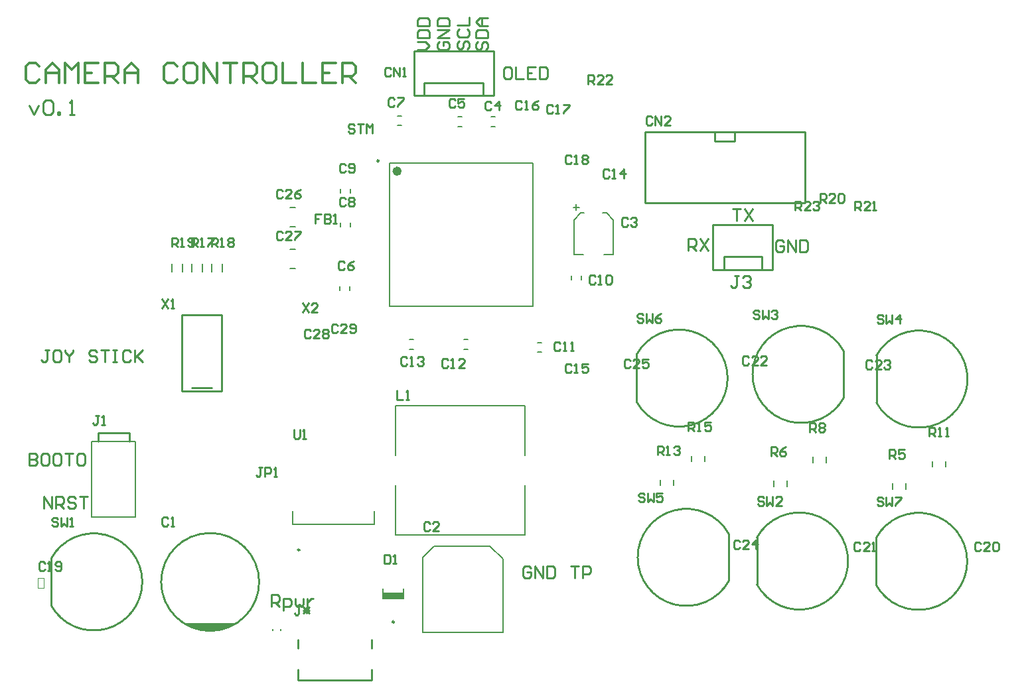
<source format=gto>
G04*
G04 #@! TF.GenerationSoftware,Altium Limited,CircuitMaker,2.3.0 (2.3.0.3)*
G04*
G04 Layer_Color=15132400*
%FSLAX25Y25*%
%MOIN*%
G70*
G04*
G04 #@! TF.SameCoordinates,2CE33893-7A16-41D8-AC82-33CA6B9F0197*
G04*
G04*
G04 #@! TF.FilePolarity,Positive*
G04*
G01*
G75*
%ADD10C,0.02362*%
%ADD11C,0.00984*%
%ADD12C,0.01000*%
%ADD13C,0.00787*%
%ADD14C,0.00197*%
%ADD15C,0.00500*%
%ADD16C,0.01394*%
%ADD17R,0.10236X0.03062*%
G36*
X117500Y-305000D02*
X112000Y-308000D01*
X105000Y-308606D01*
X98500Y-308000D01*
X92500Y-305000D01*
X117500D01*
D02*
G37*
D10*
X200095Y-77413D02*
G03*
X200095Y-77413I-1181J0D01*
G01*
D11*
X189760Y-72295D02*
G03*
X189760Y-72295I-492J0D01*
G01*
X149972Y-267925D02*
G03*
X149972Y-267925I-492J0D01*
G01*
X197492Y-304102D02*
G03*
X197492Y-304102I-492J0D01*
G01*
D12*
X25144Y-295820D02*
G03*
X25144Y-272180I21356J11821D01*
G01*
X129606Y-284000D02*
G03*
X129606Y-284000I-24606J0D01*
G01*
X439486Y-285478D02*
G03*
X439486Y-261837I21356J11821D01*
G01*
X439644Y-193821D02*
G03*
X439644Y-170179I21356J11821D01*
G01*
X379644Y-285320D02*
G03*
X379644Y-261680I21356J11821D01*
G01*
X365514Y-259837D02*
G03*
X365514Y-283478I-21356J-11821D01*
G01*
X423199Y-167837D02*
G03*
X423199Y-191478I-21356J-11821D01*
G01*
X319144Y-193321D02*
G03*
X319144Y-169679I21356J11821D01*
G01*
X357500Y-127000D02*
Y-104500D01*
Y-127000D02*
X387500D01*
X357500Y-104500D02*
X387500D01*
X363000Y-127000D02*
Y-120500D01*
X382000D01*
Y-127000D02*
Y-120500D01*
X387500Y-127000D02*
Y-104500D01*
X247500Y-39500D02*
Y-17000D01*
X207500Y-39500D02*
X247500D01*
X242000D02*
Y-33000D01*
X212500D02*
X242000D01*
X212500Y-39500D02*
Y-33000D01*
X207500Y-39500D02*
Y-17000D01*
X247500D01*
X358500Y-62500D02*
Y-57700D01*
Y-62500D02*
X368500D01*
Y-58000D01*
X403700Y-93400D02*
Y-57700D01*
X323500D02*
X403700D01*
X323500Y-93400D02*
Y-57700D01*
Y-93400D02*
X403700D01*
X25142Y-295820D02*
Y-272180D01*
X186004Y-333500D02*
Y-328000D01*
X148996Y-333496D02*
Y-328000D01*
Y-333496D02*
X149000Y-333500D01*
X186004D01*
X149000Y-317500D02*
Y-313000D01*
X186000Y-317500D02*
Y-313000D01*
X92500Y-305000D02*
X117500D01*
X439484Y-285478D02*
Y-261837D01*
X439642Y-193821D02*
Y-170179D01*
X379642Y-285320D02*
Y-261680D01*
X365516Y-283478D02*
Y-259837D01*
X423201Y-191478D02*
Y-167837D01*
X319142Y-193321D02*
Y-169679D01*
X110823Y-188004D02*
Y-149815D01*
X90823D02*
X110823D01*
X90823Y-188004D02*
X110823D01*
X90823Y-187835D02*
Y-149815D01*
X95823Y-186335D02*
X105823D01*
X48626Y-213335D02*
Y-209004D01*
X64374D01*
Y-213335D02*
Y-209004D01*
X48626Y-213335D02*
Y-212154D01*
X255499Y-25002D02*
X253500D01*
X252500Y-26002D01*
Y-30000D01*
X253500Y-31000D01*
X255499D01*
X256499Y-30000D01*
Y-26002D01*
X255499Y-25002D01*
X258498D02*
Y-31000D01*
X262497D01*
X268495Y-25002D02*
X264496D01*
Y-31000D01*
X268495D01*
X264496Y-28001D02*
X266495D01*
X270494Y-25002D02*
Y-31000D01*
X273493D01*
X274493Y-30000D01*
Y-26002D01*
X273493Y-25002D01*
X270494D01*
X23999Y-167502D02*
X21999D01*
X22999D01*
Y-172500D01*
X21999Y-173500D01*
X21000D01*
X20000Y-172500D01*
X28997Y-167502D02*
X26998D01*
X25998Y-168502D01*
Y-172500D01*
X26998Y-173500D01*
X28997D01*
X29997Y-172500D01*
Y-168502D01*
X28997Y-167502D01*
X31996D02*
Y-168502D01*
X33996Y-170501D01*
X35995Y-168502D01*
Y-167502D01*
X33996Y-170501D02*
Y-173500D01*
X47991Y-168502D02*
X46991Y-167502D01*
X44992D01*
X43992Y-168502D01*
Y-169501D01*
X44992Y-170501D01*
X46991D01*
X47991Y-171501D01*
Y-172500D01*
X46991Y-173500D01*
X44992D01*
X43992Y-172500D01*
X49990Y-167502D02*
X53989D01*
X51990D01*
Y-173500D01*
X55988Y-167502D02*
X57988D01*
X56988D01*
Y-173500D01*
X55988D01*
X57988D01*
X64986Y-168502D02*
X63986Y-167502D01*
X61986D01*
X60987Y-168502D01*
Y-172500D01*
X61986Y-173500D01*
X63986D01*
X64986Y-172500D01*
X66985Y-167502D02*
Y-173500D01*
Y-171501D01*
X70983Y-167502D01*
X67984Y-170501D01*
X70983Y-173500D01*
X14000Y-44214D02*
X16393Y-49000D01*
X18786Y-44214D01*
X21179Y-43018D02*
X22375Y-41821D01*
X24768D01*
X25965Y-43018D01*
Y-47804D01*
X24768Y-49000D01*
X22375D01*
X21179Y-47804D01*
Y-43018D01*
X28358Y-49000D02*
Y-47804D01*
X29554D01*
Y-49000D01*
X28358D01*
X34340D02*
X36733D01*
X35536D01*
Y-41821D01*
X34340Y-43018D01*
X265999Y-277002D02*
X264999Y-276002D01*
X263000D01*
X262000Y-277002D01*
Y-281000D01*
X263000Y-282000D01*
X264999D01*
X265999Y-281000D01*
Y-279001D01*
X263999D01*
X267998Y-282000D02*
Y-276002D01*
X271997Y-282000D01*
Y-276002D01*
X273996D02*
Y-282000D01*
X276995D01*
X277995Y-281000D01*
Y-277002D01*
X276995Y-276002D01*
X273996D01*
X285992D02*
X289991D01*
X287992D01*
Y-282000D01*
X291990D02*
Y-276002D01*
X294989D01*
X295989Y-277002D01*
Y-279001D01*
X294989Y-280001D01*
X291990D01*
X392999Y-113002D02*
X391999Y-112002D01*
X390000D01*
X389000Y-113002D01*
Y-117000D01*
X390000Y-118000D01*
X391999D01*
X392999Y-117000D01*
Y-115001D01*
X390999D01*
X394998Y-118000D02*
Y-112002D01*
X398997Y-118000D01*
Y-112002D01*
X400996D02*
Y-118000D01*
X403995D01*
X404995Y-117000D01*
Y-113002D01*
X403995Y-112002D01*
X400996D01*
X367500Y-96502D02*
X371499D01*
X369499D01*
Y-102500D01*
X373498Y-96502D02*
X377497Y-102500D01*
Y-96502D02*
X373498Y-102500D01*
X345000Y-117500D02*
Y-111502D01*
X347999D01*
X348999Y-112502D01*
Y-114501D01*
X347999Y-115501D01*
X345000D01*
X346999D02*
X348999Y-117500D01*
X350998Y-111502D02*
X354997Y-117500D01*
Y-111502D02*
X350998Y-117500D01*
X239502Y-12501D02*
X238502Y-13501D01*
Y-15500D01*
X239502Y-16500D01*
X240501D01*
X241501Y-15500D01*
Y-13501D01*
X242501Y-12501D01*
X243500D01*
X244500Y-13501D01*
Y-15500D01*
X243500Y-16500D01*
X238502Y-10502D02*
X244500D01*
Y-7503D01*
X243500Y-6503D01*
X239502D01*
X238502Y-7503D01*
Y-10502D01*
X244500Y-4504D02*
X240501D01*
X238502Y-2505D01*
X240501Y-505D01*
X244500D01*
X241501D01*
Y-4504D01*
X230002Y-12001D02*
X229002Y-13001D01*
Y-15000D01*
X230002Y-16000D01*
X231001D01*
X232001Y-15000D01*
Y-13001D01*
X233001Y-12001D01*
X234000D01*
X235000Y-13001D01*
Y-15000D01*
X234000Y-16000D01*
X230002Y-6003D02*
X229002Y-7003D01*
Y-9002D01*
X230002Y-10002D01*
X234000D01*
X235000Y-9002D01*
Y-7003D01*
X234000Y-6003D01*
X229002Y-4004D02*
X235000D01*
Y-5D01*
X220002Y-12501D02*
X219002Y-13501D01*
Y-15500D01*
X220002Y-16500D01*
X224000D01*
X225000Y-15500D01*
Y-13501D01*
X224000Y-12501D01*
X222001D01*
Y-14501D01*
X225000Y-10502D02*
X219002D01*
X225000Y-6503D01*
X219002D01*
Y-4504D02*
X225000D01*
Y-1505D01*
X224000Y-505D01*
X220002D01*
X219002Y-1505D01*
Y-4504D01*
X209002Y-16500D02*
X213001D01*
X215000Y-14501D01*
X213001Y-12501D01*
X209002D01*
Y-10502D02*
X215000D01*
Y-7503D01*
X214000Y-6503D01*
X210002D01*
X209002Y-7503D01*
Y-10502D01*
Y-4504D02*
X215000D01*
Y-1505D01*
X214000Y-505D01*
X210002D01*
X209002Y-1505D01*
Y-4504D01*
X21500Y-247000D02*
Y-241002D01*
X25499Y-247000D01*
Y-241002D01*
X27498Y-247000D02*
Y-241002D01*
X30497D01*
X31497Y-242002D01*
Y-244001D01*
X30497Y-245001D01*
X27498D01*
X29497D02*
X31497Y-247000D01*
X37495Y-242002D02*
X36495Y-241002D01*
X34496D01*
X33496Y-242002D01*
Y-243001D01*
X34496Y-244001D01*
X36495D01*
X37495Y-245001D01*
Y-246000D01*
X36495Y-247000D01*
X34496D01*
X33496Y-246000D01*
X39494Y-241002D02*
X43493D01*
X41493D01*
Y-247000D01*
X14000Y-219502D02*
Y-225500D01*
X16999D01*
X17999Y-224500D01*
Y-223501D01*
X16999Y-222501D01*
X14000D01*
X16999D01*
X17999Y-221501D01*
Y-220502D01*
X16999Y-219502D01*
X14000D01*
X22997D02*
X20998D01*
X19998Y-220502D01*
Y-224500D01*
X20998Y-225500D01*
X22997D01*
X23997Y-224500D01*
Y-220502D01*
X22997Y-219502D01*
X28995D02*
X26996D01*
X25996Y-220502D01*
Y-224500D01*
X26996Y-225500D01*
X28995D01*
X29995Y-224500D01*
Y-220502D01*
X28995Y-219502D01*
X31994D02*
X35993D01*
X33994D01*
Y-225500D01*
X37992Y-220502D02*
X38992Y-219502D01*
X40991D01*
X41991Y-220502D01*
Y-224500D01*
X40991Y-225500D01*
X38992D01*
X37992Y-224500D01*
Y-220502D01*
X135900Y-296200D02*
Y-290202D01*
X138899D01*
X139899Y-291202D01*
Y-293201D01*
X138899Y-294201D01*
X135900D01*
X137899D02*
X139899Y-296200D01*
X141898Y-298199D02*
Y-292201D01*
X144897D01*
X145897Y-293201D01*
Y-295200D01*
X144897Y-296200D01*
X141898D01*
X147896Y-292201D02*
Y-295200D01*
X148896Y-296200D01*
X149896Y-295200D01*
X150895Y-296200D01*
X151895Y-295200D01*
Y-292201D01*
X153894D02*
Y-296200D01*
Y-294201D01*
X154894Y-293201D01*
X155894Y-292201D01*
X156893D01*
X370500Y-130001D02*
X368501D01*
X369501D01*
Y-134999D01*
X368501Y-135999D01*
X367501D01*
X366502Y-134999D01*
X372500Y-131001D02*
X373499Y-130001D01*
X375499D01*
X376498Y-131001D01*
Y-132000D01*
X375499Y-133000D01*
X374499D01*
X375499D01*
X376498Y-134000D01*
Y-134999D01*
X375499Y-135999D01*
X373499D01*
X372500Y-134999D01*
X151400Y-143801D02*
X154399Y-148300D01*
Y-143801D02*
X151400Y-148300D01*
X158898D02*
X155899D01*
X158898Y-145301D01*
Y-144551D01*
X158148Y-143801D01*
X156648D01*
X155899Y-144551D01*
X80800Y-141801D02*
X83799Y-146300D01*
Y-141801D02*
X80800Y-146300D01*
X85299D02*
X86798D01*
X86048D01*
Y-141801D01*
X85299Y-142551D01*
X147000Y-207401D02*
Y-211150D01*
X147750Y-211900D01*
X149249D01*
X149999Y-211150D01*
Y-207401D01*
X151499Y-211900D02*
X152998D01*
X152248D01*
Y-207401D01*
X151499Y-208151D01*
X442999Y-241951D02*
X442249Y-241201D01*
X440750D01*
X440000Y-241951D01*
Y-242701D01*
X440750Y-243451D01*
X442249D01*
X442999Y-244200D01*
Y-244950D01*
X442249Y-245700D01*
X440750D01*
X440000Y-244950D01*
X444498Y-241201D02*
Y-245700D01*
X445998Y-244200D01*
X447498Y-245700D01*
Y-241201D01*
X448997D02*
X451996D01*
Y-241951D01*
X448997Y-244950D01*
Y-245700D01*
X322599Y-149851D02*
X321849Y-149101D01*
X320350D01*
X319600Y-149851D01*
Y-150601D01*
X320350Y-151351D01*
X321849D01*
X322599Y-152101D01*
Y-152850D01*
X321849Y-153600D01*
X320350D01*
X319600Y-152850D01*
X324098Y-149101D02*
Y-153600D01*
X325598Y-152101D01*
X327098Y-153600D01*
Y-149101D01*
X331596D02*
X330097Y-149851D01*
X328597Y-151351D01*
Y-152850D01*
X329347Y-153600D01*
X330846D01*
X331596Y-152850D01*
Y-152101D01*
X330846Y-151351D01*
X328597D01*
X323199Y-239951D02*
X322449Y-239201D01*
X320950D01*
X320200Y-239951D01*
Y-240701D01*
X320950Y-241451D01*
X322449D01*
X323199Y-242200D01*
Y-242950D01*
X322449Y-243700D01*
X320950D01*
X320200Y-242950D01*
X324698Y-239201D02*
Y-243700D01*
X326198Y-242200D01*
X327698Y-243700D01*
Y-239201D01*
X332196D02*
X329197D01*
Y-241451D01*
X330697Y-240701D01*
X331446D01*
X332196Y-241451D01*
Y-242950D01*
X331446Y-243700D01*
X329947D01*
X329197Y-242950D01*
X443099Y-150351D02*
X442349Y-149601D01*
X440850D01*
X440100Y-150351D01*
Y-151101D01*
X440850Y-151851D01*
X442349D01*
X443099Y-152601D01*
Y-153350D01*
X442349Y-154100D01*
X440850D01*
X440100Y-153350D01*
X444598Y-149601D02*
Y-154100D01*
X446098Y-152601D01*
X447598Y-154100D01*
Y-149601D01*
X451346Y-154100D02*
Y-149601D01*
X449097Y-151851D01*
X452096D01*
X380899Y-147951D02*
X380149Y-147201D01*
X378650D01*
X377900Y-147951D01*
Y-148701D01*
X378650Y-149451D01*
X380149D01*
X380899Y-150200D01*
Y-150950D01*
X380149Y-151700D01*
X378650D01*
X377900Y-150950D01*
X382399Y-147201D02*
Y-151700D01*
X383898Y-150200D01*
X385398Y-151700D01*
Y-147201D01*
X386897Y-147951D02*
X387647Y-147201D01*
X389146D01*
X389896Y-147951D01*
Y-148701D01*
X389146Y-149451D01*
X388397D01*
X389146D01*
X389896Y-150200D01*
Y-150950D01*
X389146Y-151700D01*
X387647D01*
X386897Y-150950D01*
X383099Y-241851D02*
X382349Y-241102D01*
X380850D01*
X380100Y-241851D01*
Y-242601D01*
X380850Y-243351D01*
X382349D01*
X383099Y-244100D01*
Y-244850D01*
X382349Y-245600D01*
X380850D01*
X380100Y-244850D01*
X384598Y-241102D02*
Y-245600D01*
X386098Y-244100D01*
X387598Y-245600D01*
Y-241102D01*
X392096Y-245600D02*
X389097D01*
X392096Y-242601D01*
Y-241851D01*
X391346Y-241102D01*
X389847D01*
X389097Y-241851D01*
X28599Y-252351D02*
X27849Y-251602D01*
X26350D01*
X25600Y-252351D01*
Y-253101D01*
X26350Y-253851D01*
X27849D01*
X28599Y-254601D01*
Y-255350D01*
X27849Y-256100D01*
X26350D01*
X25600Y-255350D01*
X30099Y-251602D02*
Y-256100D01*
X31598Y-254601D01*
X33098Y-256100D01*
Y-251602D01*
X34597Y-256100D02*
X36097D01*
X35347D01*
Y-251602D01*
X34597Y-252351D01*
X177501Y-54501D02*
X176751Y-53751D01*
X175252D01*
X174502Y-54501D01*
Y-55250D01*
X175252Y-56000D01*
X176751D01*
X177501Y-56750D01*
Y-57499D01*
X176751Y-58249D01*
X175252D01*
X174502Y-57499D01*
X179000Y-53751D02*
X182000D01*
X180500D01*
Y-58249D01*
X183499D02*
Y-53751D01*
X184999Y-55250D01*
X186498Y-53751D01*
Y-58249D01*
X398800Y-97100D02*
Y-92601D01*
X401049D01*
X401799Y-93351D01*
Y-94851D01*
X401049Y-95600D01*
X398800D01*
X400300D02*
X401799Y-97100D01*
X406298D02*
X403299D01*
X406298Y-94101D01*
Y-93351D01*
X405548Y-92601D01*
X404048D01*
X403299Y-93351D01*
X407797D02*
X408547Y-92601D01*
X410046D01*
X410796Y-93351D01*
Y-94101D01*
X410046Y-94851D01*
X409297D01*
X410046D01*
X410796Y-95600D01*
Y-96350D01*
X410046Y-97100D01*
X408547D01*
X407797Y-96350D01*
X294800Y-33600D02*
Y-29101D01*
X297049D01*
X297799Y-29851D01*
Y-31351D01*
X297049Y-32100D01*
X294800D01*
X296300D02*
X297799Y-33600D01*
X302298D02*
X299299D01*
X302298Y-30601D01*
Y-29851D01*
X301548Y-29101D01*
X300048D01*
X299299Y-29851D01*
X306796Y-33600D02*
X303797D01*
X306796Y-30601D01*
Y-29851D01*
X306046Y-29101D01*
X304547D01*
X303797Y-29851D01*
X428800Y-97100D02*
Y-92601D01*
X431049D01*
X431799Y-93351D01*
Y-94851D01*
X431049Y-95600D01*
X428800D01*
X430300D02*
X431799Y-97100D01*
X436298D02*
X433298D01*
X436298Y-94101D01*
Y-93351D01*
X435548Y-92601D01*
X434048D01*
X433298Y-93351D01*
X437797Y-97100D02*
X439297D01*
X438547D01*
Y-92601D01*
X437797Y-93351D01*
X411300Y-93200D02*
Y-88701D01*
X413549D01*
X414299Y-89451D01*
Y-90951D01*
X413549Y-91701D01*
X411300D01*
X412800D02*
X414299Y-93200D01*
X418798D02*
X415799D01*
X418798Y-90201D01*
Y-89451D01*
X418048Y-88701D01*
X416548D01*
X415799Y-89451D01*
X420297D02*
X421047Y-88701D01*
X422546D01*
X423296Y-89451D01*
Y-92450D01*
X422546Y-93200D01*
X421047D01*
X420297Y-92450D01*
Y-89451D01*
X85700Y-115400D02*
Y-110901D01*
X87949D01*
X88699Y-111651D01*
Y-113151D01*
X87949Y-113900D01*
X85700D01*
X87199D02*
X88699Y-115400D01*
X90199D02*
X91698D01*
X90948D01*
Y-110901D01*
X90199Y-111651D01*
X93947Y-114650D02*
X94697Y-115400D01*
X96197D01*
X96946Y-114650D01*
Y-111651D01*
X96197Y-110901D01*
X94697D01*
X93947Y-111651D01*
Y-112401D01*
X94697Y-113151D01*
X96946D01*
X105700Y-115400D02*
Y-110901D01*
X107949D01*
X108699Y-111651D01*
Y-113151D01*
X107949Y-113900D01*
X105700D01*
X107200D02*
X108699Y-115400D01*
X110199D02*
X111698D01*
X110948D01*
Y-110901D01*
X110199Y-111651D01*
X113947D02*
X114697Y-110901D01*
X116197D01*
X116946Y-111651D01*
Y-112401D01*
X116197Y-113151D01*
X116946Y-113900D01*
Y-114650D01*
X116197Y-115400D01*
X114697D01*
X113947Y-114650D01*
Y-113900D01*
X114697Y-113151D01*
X113947Y-112401D01*
Y-111651D01*
X114697Y-113151D02*
X116197D01*
X95700Y-115400D02*
Y-110901D01*
X97949D01*
X98699Y-111651D01*
Y-113151D01*
X97949Y-113900D01*
X95700D01*
X97199D02*
X98699Y-115400D01*
X100199D02*
X101698D01*
X100948D01*
Y-110901D01*
X100199Y-111651D01*
X103947Y-110901D02*
X106946D01*
Y-111651D01*
X103947Y-114650D01*
Y-115400D01*
X345200Y-208100D02*
Y-203601D01*
X347449D01*
X348199Y-204351D01*
Y-205851D01*
X347449Y-206600D01*
X345200D01*
X346700D02*
X348199Y-208100D01*
X349698D02*
X351198D01*
X350448D01*
Y-203601D01*
X349698Y-204351D01*
X356446Y-203601D02*
X353447D01*
Y-205851D01*
X354947Y-205101D01*
X355697D01*
X356446Y-205851D01*
Y-207350D01*
X355697Y-208100D01*
X354197D01*
X353447Y-207350D01*
X329700Y-220100D02*
Y-215601D01*
X331949D01*
X332699Y-216351D01*
Y-217851D01*
X331949Y-218601D01*
X329700D01*
X331200D02*
X332699Y-220100D01*
X334198D02*
X335698D01*
X334948D01*
Y-215601D01*
X334198Y-216351D01*
X337947D02*
X338697Y-215601D01*
X340197D01*
X340946Y-216351D01*
Y-217101D01*
X340197Y-217851D01*
X339447D01*
X340197D01*
X340946Y-218601D01*
Y-219350D01*
X340197Y-220100D01*
X338697D01*
X337947Y-219350D01*
X466200Y-210700D02*
Y-206202D01*
X468449D01*
X469199Y-206951D01*
Y-208451D01*
X468449Y-209201D01*
X466200D01*
X467699D02*
X469199Y-210700D01*
X470698D02*
X472198D01*
X471448D01*
Y-206202D01*
X470698Y-206951D01*
X474447Y-210700D02*
X475947D01*
X475197D01*
Y-206202D01*
X474447Y-206951D01*
X406200Y-208600D02*
Y-204101D01*
X408449D01*
X409199Y-204851D01*
Y-206351D01*
X408449Y-207101D01*
X406200D01*
X407699D02*
X409199Y-208600D01*
X410699Y-204851D02*
X411448Y-204101D01*
X412948D01*
X413698Y-204851D01*
Y-205601D01*
X412948Y-206351D01*
X413698Y-207101D01*
Y-207850D01*
X412948Y-208600D01*
X411448D01*
X410699Y-207850D01*
Y-207101D01*
X411448Y-206351D01*
X410699Y-205601D01*
Y-204851D01*
X411448Y-206351D02*
X412948D01*
X386700Y-220600D02*
Y-216102D01*
X388949D01*
X389699Y-216851D01*
Y-218351D01*
X388949Y-219100D01*
X386700D01*
X388199D02*
X389699Y-220600D01*
X394198Y-216102D02*
X392698Y-216851D01*
X391198Y-218351D01*
Y-219850D01*
X391948Y-220600D01*
X393448D01*
X394198Y-219850D01*
Y-219100D01*
X393448Y-218351D01*
X391198D01*
X446200Y-222000D02*
Y-217501D01*
X448449D01*
X449199Y-218251D01*
Y-219751D01*
X448449Y-220500D01*
X446200D01*
X447699D02*
X449199Y-222000D01*
X453698Y-217501D02*
X450699D01*
Y-219751D01*
X452198Y-219001D01*
X452948D01*
X453698Y-219751D01*
Y-221250D01*
X452948Y-222000D01*
X451448D01*
X450699Y-221250D01*
X198800Y-187701D02*
Y-192200D01*
X201799D01*
X203299D02*
X204798D01*
X204048D01*
Y-187701D01*
X203299Y-188451D01*
X130999Y-226501D02*
X129499D01*
X130249D01*
Y-230250D01*
X129499Y-231000D01*
X128750D01*
X128000Y-230250D01*
X132499Y-231000D02*
Y-226501D01*
X134748D01*
X135498Y-227251D01*
Y-228751D01*
X134748Y-229501D01*
X132499D01*
X136997Y-231000D02*
X138497D01*
X137747D01*
Y-226501D01*
X136997Y-227251D01*
X150299Y-296101D02*
X148800D01*
X149549D01*
Y-299850D01*
X148800Y-300600D01*
X148050D01*
X147300Y-299850D01*
X151799Y-296851D02*
X154798Y-299850D01*
X151799D02*
X154798Y-296851D01*
X151799Y-298351D02*
X154798D01*
X153298Y-299850D02*
Y-296851D01*
X49099Y-200401D02*
X47600D01*
X48349D01*
Y-204150D01*
X47600Y-204900D01*
X46850D01*
X46100Y-204150D01*
X50599Y-204900D02*
X52098D01*
X51348D01*
Y-200401D01*
X50599Y-201151D01*
X160899Y-99101D02*
X157900D01*
Y-101351D01*
X159399D01*
X157900D01*
Y-103600D01*
X162399Y-99101D02*
Y-103600D01*
X164648D01*
X165398Y-102850D01*
Y-102101D01*
X164648Y-101351D01*
X162399D01*
X164648D01*
X165398Y-100601D01*
Y-99851D01*
X164648Y-99101D01*
X162399D01*
X166897Y-103600D02*
X168397D01*
X167647D01*
Y-99101D01*
X166897Y-99851D01*
X192400Y-270302D02*
Y-274800D01*
X194649D01*
X195399Y-274050D01*
Y-271051D01*
X194649Y-270302D01*
X192400D01*
X196899Y-274800D02*
X198398D01*
X197648D01*
Y-270302D01*
X196899Y-271051D01*
X326999Y-50451D02*
X326249Y-49701D01*
X324750D01*
X324000Y-50451D01*
Y-53450D01*
X324750Y-54200D01*
X326249D01*
X326999Y-53450D01*
X328499Y-54200D02*
Y-49701D01*
X331498Y-54200D01*
Y-49701D01*
X335996Y-54200D02*
X332997D01*
X335996Y-51201D01*
Y-50451D01*
X335246Y-49701D01*
X333747D01*
X332997Y-50451D01*
X195751Y-26000D02*
X195001Y-25251D01*
X193501D01*
X192752Y-26000D01*
Y-29000D01*
X193501Y-29749D01*
X195001D01*
X195751Y-29000D01*
X197250Y-29749D02*
Y-25251D01*
X200249Y-29749D01*
Y-25251D01*
X201749Y-29749D02*
X203248D01*
X202499D01*
Y-25251D01*
X201749Y-26000D01*
X169001Y-155000D02*
X168251Y-154251D01*
X166752D01*
X166002Y-155000D01*
Y-158000D01*
X166752Y-158749D01*
X168251D01*
X169001Y-158000D01*
X173500Y-158749D02*
X170501D01*
X173500Y-155750D01*
Y-155000D01*
X172750Y-154251D01*
X171250D01*
X170501Y-155000D01*
X174999Y-158000D02*
X175749Y-158749D01*
X177248D01*
X177998Y-158000D01*
Y-155000D01*
X177248Y-154251D01*
X175749D01*
X174999Y-155000D01*
Y-155750D01*
X175749Y-156500D01*
X177998D01*
X155399Y-157651D02*
X154649Y-156901D01*
X153150D01*
X152400Y-157651D01*
Y-160650D01*
X153150Y-161400D01*
X154649D01*
X155399Y-160650D01*
X159898Y-161400D02*
X156899D01*
X159898Y-158401D01*
Y-157651D01*
X159148Y-156901D01*
X157648D01*
X156899Y-157651D01*
X161397D02*
X162147Y-156901D01*
X163646D01*
X164396Y-157651D01*
Y-158401D01*
X163646Y-159151D01*
X164396Y-159900D01*
Y-160650D01*
X163646Y-161400D01*
X162147D01*
X161397Y-160650D01*
Y-159900D01*
X162147Y-159151D01*
X161397Y-158401D01*
Y-157651D01*
X162147Y-159151D02*
X163646D01*
X141299Y-108351D02*
X140549Y-107601D01*
X139050D01*
X138300Y-108351D01*
Y-111350D01*
X139050Y-112100D01*
X140549D01*
X141299Y-111350D01*
X145798Y-112100D02*
X142799D01*
X145798Y-109101D01*
Y-108351D01*
X145048Y-107601D01*
X143548D01*
X142799Y-108351D01*
X147297Y-107601D02*
X150296D01*
Y-108351D01*
X147297Y-111350D01*
Y-112100D01*
X141299Y-87351D02*
X140549Y-86601D01*
X139050D01*
X138300Y-87351D01*
Y-90350D01*
X139050Y-91100D01*
X140549D01*
X141299Y-90350D01*
X145798Y-91100D02*
X142799D01*
X145798Y-88101D01*
Y-87351D01*
X145048Y-86601D01*
X143548D01*
X142799Y-87351D01*
X150296Y-86601D02*
X148797Y-87351D01*
X147297Y-88851D01*
Y-90350D01*
X148047Y-91100D01*
X149546D01*
X150296Y-90350D01*
Y-89600D01*
X149546Y-88851D01*
X147297D01*
X315999Y-172651D02*
X315249Y-171901D01*
X313750D01*
X313000Y-172651D01*
Y-175650D01*
X313750Y-176400D01*
X315249D01*
X315999Y-175650D01*
X320498Y-176400D02*
X317498D01*
X320498Y-173401D01*
Y-172651D01*
X319748Y-171901D01*
X318248D01*
X317498Y-172651D01*
X324996Y-171901D02*
X321997D01*
Y-174151D01*
X323497Y-173401D01*
X324246D01*
X324996Y-174151D01*
Y-175650D01*
X324246Y-176400D01*
X322747D01*
X321997Y-175650D01*
X370999Y-263651D02*
X370249Y-262901D01*
X368750D01*
X368000Y-263651D01*
Y-266650D01*
X368750Y-267400D01*
X370249D01*
X370999Y-266650D01*
X375498Y-267400D02*
X372498D01*
X375498Y-264401D01*
Y-263651D01*
X374748Y-262901D01*
X373248D01*
X372498Y-263651D01*
X379246Y-267400D02*
Y-262901D01*
X376997Y-265151D01*
X379996D01*
X437499Y-173151D02*
X436749Y-172401D01*
X435250D01*
X434500Y-173151D01*
Y-176150D01*
X435250Y-176900D01*
X436749D01*
X437499Y-176150D01*
X441998Y-176900D02*
X438999D01*
X441998Y-173901D01*
Y-173151D01*
X441248Y-172401D01*
X439748D01*
X438999Y-173151D01*
X443497D02*
X444247Y-172401D01*
X445746D01*
X446496Y-173151D01*
Y-173901D01*
X445746Y-174651D01*
X444997D01*
X445746D01*
X446496Y-175400D01*
Y-176150D01*
X445746Y-176900D01*
X444247D01*
X443497Y-176150D01*
X375499Y-171151D02*
X374749Y-170401D01*
X373250D01*
X372500Y-171151D01*
Y-174150D01*
X373250Y-174900D01*
X374749D01*
X375499Y-174150D01*
X379998Y-174900D02*
X376998D01*
X379998Y-171901D01*
Y-171151D01*
X379248Y-170401D01*
X377748D01*
X376998Y-171151D01*
X384496Y-174900D02*
X381497D01*
X384496Y-171901D01*
Y-171151D01*
X383746Y-170401D01*
X382247D01*
X381497Y-171151D01*
X431499Y-264651D02*
X430749Y-263901D01*
X429250D01*
X428500Y-264651D01*
Y-267650D01*
X429250Y-268400D01*
X430749D01*
X431499Y-267650D01*
X435998Y-268400D02*
X432999D01*
X435998Y-265401D01*
Y-264651D01*
X435248Y-263901D01*
X433748D01*
X432999Y-264651D01*
X437497Y-268400D02*
X438997D01*
X438247D01*
Y-263901D01*
X437497Y-264651D01*
X491999D02*
X491249Y-263901D01*
X489750D01*
X489000Y-264651D01*
Y-267650D01*
X489750Y-268400D01*
X491249D01*
X491999Y-267650D01*
X496498Y-268400D02*
X493499D01*
X496498Y-265401D01*
Y-264651D01*
X495748Y-263901D01*
X494248D01*
X493499Y-264651D01*
X497997D02*
X498747Y-263901D01*
X500246D01*
X500996Y-264651D01*
Y-267650D01*
X500246Y-268400D01*
X498747D01*
X497997Y-267650D01*
Y-264651D01*
X21999Y-274551D02*
X21249Y-273801D01*
X19750D01*
X19000Y-274551D01*
Y-277550D01*
X19750Y-278300D01*
X21249D01*
X21999Y-277550D01*
X23499Y-278300D02*
X24998D01*
X24248D01*
Y-273801D01*
X23499Y-274551D01*
X27247Y-277550D02*
X27997Y-278300D01*
X29497D01*
X30246Y-277550D01*
Y-274551D01*
X29497Y-273801D01*
X27997D01*
X27247Y-274551D01*
Y-275301D01*
X27997Y-276051D01*
X30246D01*
X286376Y-70000D02*
X285626Y-69251D01*
X284127D01*
X283377Y-70000D01*
Y-73000D01*
X284127Y-73749D01*
X285626D01*
X286376Y-73000D01*
X287875Y-73749D02*
X289375D01*
X288625D01*
Y-69251D01*
X287875Y-70000D01*
X291624D02*
X292374Y-69251D01*
X293873D01*
X294623Y-70000D01*
Y-70750D01*
X293873Y-71500D01*
X294623Y-72250D01*
Y-73000D01*
X293873Y-73749D01*
X292374D01*
X291624Y-73000D01*
Y-72250D01*
X292374Y-71500D01*
X291624Y-70750D01*
Y-70000D01*
X292374Y-71500D02*
X293873D01*
X277099Y-44651D02*
X276349Y-43901D01*
X274850D01*
X274100Y-44651D01*
Y-47650D01*
X274850Y-48400D01*
X276349D01*
X277099Y-47650D01*
X278598Y-48400D02*
X280098D01*
X279348D01*
Y-43901D01*
X278598Y-44651D01*
X282347Y-43901D02*
X285346D01*
Y-44651D01*
X282347Y-47650D01*
Y-48400D01*
X261499Y-42651D02*
X260749Y-41901D01*
X259250D01*
X258500Y-42651D01*
Y-45650D01*
X259250Y-46400D01*
X260749D01*
X261499Y-45650D01*
X262999Y-46400D02*
X264498D01*
X263748D01*
Y-41901D01*
X262999Y-42651D01*
X269746Y-41901D02*
X268247Y-42651D01*
X266747Y-44151D01*
Y-45650D01*
X267497Y-46400D01*
X268997D01*
X269746Y-45650D01*
Y-44901D01*
X268997Y-44151D01*
X266747D01*
X286376Y-175001D02*
X285626Y-174251D01*
X284127D01*
X283377Y-175001D01*
Y-177999D01*
X284127Y-178749D01*
X285626D01*
X286376Y-177999D01*
X287875Y-178749D02*
X289375D01*
X288625D01*
Y-174251D01*
X287875Y-175001D01*
X294623Y-174251D02*
X291624D01*
Y-176500D01*
X293124Y-175750D01*
X293873D01*
X294623Y-176500D01*
Y-177999D01*
X293873Y-178749D01*
X292374D01*
X291624Y-177999D01*
X305399Y-77151D02*
X304649Y-76401D01*
X303150D01*
X302400Y-77151D01*
Y-80150D01*
X303150Y-80900D01*
X304649D01*
X305399Y-80150D01*
X306898Y-80900D02*
X308398D01*
X307648D01*
Y-76401D01*
X306898Y-77151D01*
X312897Y-80900D02*
Y-76401D01*
X310647Y-78651D01*
X313646D01*
X203876Y-171501D02*
X203126Y-170751D01*
X201627D01*
X200877Y-171501D01*
Y-174499D01*
X201627Y-175249D01*
X203126D01*
X203876Y-174499D01*
X205375Y-175249D02*
X206875D01*
X206125D01*
Y-170751D01*
X205375Y-171501D01*
X209124D02*
X209874Y-170751D01*
X211373D01*
X212123Y-171501D01*
Y-172250D01*
X211373Y-173000D01*
X210624D01*
X211373D01*
X212123Y-173750D01*
Y-174499D01*
X211373Y-175249D01*
X209874D01*
X209124Y-174499D01*
X224376Y-172501D02*
X223626Y-171751D01*
X222127D01*
X221377Y-172501D01*
Y-175499D01*
X222127Y-176249D01*
X223626D01*
X224376Y-175499D01*
X225875Y-176249D02*
X227375D01*
X226625D01*
Y-171751D01*
X225875Y-172501D01*
X232623Y-176249D02*
X229624D01*
X232623Y-173250D01*
Y-172501D01*
X231873Y-171751D01*
X230374D01*
X229624Y-172501D01*
X280866Y-164000D02*
X280116Y-163251D01*
X278616D01*
X277867Y-164000D01*
Y-166999D01*
X278616Y-167749D01*
X280116D01*
X280866Y-166999D01*
X282365Y-167749D02*
X283865D01*
X283115D01*
Y-163251D01*
X282365Y-164000D01*
X286114Y-167749D02*
X287614D01*
X286864D01*
Y-163251D01*
X286114Y-164000D01*
X298376Y-130500D02*
X297626Y-129751D01*
X296127D01*
X295377Y-130500D01*
Y-133500D01*
X296127Y-134249D01*
X297626D01*
X298376Y-133500D01*
X299875Y-134249D02*
X301375D01*
X300625D01*
Y-129751D01*
X299875Y-130500D01*
X303624D02*
X304374Y-129751D01*
X305873D01*
X306623Y-130500D01*
Y-133500D01*
X305873Y-134249D01*
X304374D01*
X303624Y-133500D01*
Y-130500D01*
X172999Y-74351D02*
X172249Y-73601D01*
X170750D01*
X170000Y-74351D01*
Y-77350D01*
X170750Y-78100D01*
X172249D01*
X172999Y-77350D01*
X174499D02*
X175248Y-78100D01*
X176748D01*
X177498Y-77350D01*
Y-74351D01*
X176748Y-73601D01*
X175248D01*
X174499Y-74351D01*
Y-75101D01*
X175248Y-75851D01*
X177498D01*
X172999Y-91351D02*
X172249Y-90601D01*
X170750D01*
X170000Y-91351D01*
Y-94350D01*
X170750Y-95100D01*
X172249D01*
X172999Y-94350D01*
X174499Y-91351D02*
X175248Y-90601D01*
X176748D01*
X177498Y-91351D01*
Y-92101D01*
X176748Y-92851D01*
X177498Y-93600D01*
Y-94350D01*
X176748Y-95100D01*
X175248D01*
X174499Y-94350D01*
Y-93600D01*
X175248Y-92851D01*
X174499Y-92101D01*
Y-91351D01*
X175248Y-92851D02*
X176748D01*
X197599Y-41251D02*
X196849Y-40501D01*
X195350D01*
X194600Y-41251D01*
Y-44250D01*
X195350Y-45000D01*
X196849D01*
X197599Y-44250D01*
X199099Y-40501D02*
X202098D01*
Y-41251D01*
X199099Y-44250D01*
Y-45000D01*
X172499Y-123351D02*
X171749Y-122601D01*
X170250D01*
X169500Y-123351D01*
Y-126350D01*
X170250Y-127100D01*
X171749D01*
X172499Y-126350D01*
X176998Y-122601D02*
X175498Y-123351D01*
X173999Y-124851D01*
Y-126350D01*
X174748Y-127100D01*
X176248D01*
X176998Y-126350D01*
Y-125601D01*
X176248Y-124851D01*
X173999D01*
X228099Y-41751D02*
X227349Y-41001D01*
X225850D01*
X225100Y-41751D01*
Y-44750D01*
X225850Y-45500D01*
X227349D01*
X228099Y-44750D01*
X232598Y-41001D02*
X229598D01*
Y-43251D01*
X231098Y-42501D01*
X231848D01*
X232598Y-43251D01*
Y-44750D01*
X231848Y-45500D01*
X230348D01*
X229598Y-44750D01*
X246250Y-43001D02*
X245500Y-42251D01*
X244001D01*
X243251Y-43001D01*
Y-46000D01*
X244001Y-46749D01*
X245500D01*
X246250Y-46000D01*
X249999Y-46749D02*
Y-42251D01*
X247750Y-44500D01*
X250749D01*
X314750Y-101500D02*
X314001Y-100751D01*
X312501D01*
X311751Y-101500D01*
Y-104499D01*
X312501Y-105249D01*
X314001D01*
X314750Y-104499D01*
X316250Y-101500D02*
X317000Y-100751D01*
X318499D01*
X319249Y-101500D01*
Y-102250D01*
X318499Y-103000D01*
X317749D01*
X318499D01*
X319249Y-103750D01*
Y-104499D01*
X318499Y-105249D01*
X317000D01*
X316250Y-104499D01*
X215299Y-254551D02*
X214549Y-253801D01*
X213050D01*
X212300Y-254551D01*
Y-257550D01*
X213050Y-258300D01*
X214549D01*
X215299Y-257550D01*
X219798Y-258300D02*
X216798D01*
X219798Y-255301D01*
Y-254551D01*
X219048Y-253801D01*
X217548D01*
X216798Y-254551D01*
X83899Y-252151D02*
X83149Y-251401D01*
X81650D01*
X80900Y-252151D01*
Y-255150D01*
X81650Y-255900D01*
X83149D01*
X83899Y-255150D01*
X85399Y-255900D02*
X86898D01*
X86148D01*
Y-251401D01*
X85399Y-252151D01*
D13*
X140469Y-308394D02*
Y-307606D01*
X136531Y-308394D02*
Y-307606D01*
X194976Y-145524D02*
X267024D01*
X194976Y-73476D02*
X267024D01*
Y-145524D02*
Y-73476D01*
X194976Y-145524D02*
Y-73476D01*
X91158Y-127969D02*
Y-124031D01*
X85843Y-127969D02*
Y-124031D01*
X269516Y-168460D02*
X271484D01*
X269516Y-163539D02*
X271484D01*
X287756Y-119500D02*
Y-101913D01*
X307441Y-119500D02*
Y-101941D01*
X287756Y-101913D02*
X291169Y-98500D01*
X292776D01*
X304000D02*
X307441Y-101941D01*
X302224Y-98500D02*
X304000D01*
X287756Y-119500D02*
X292480D01*
X302815D02*
X307441D01*
X286540Y-131984D02*
Y-130016D01*
X291461Y-131984D02*
Y-130016D01*
X246016Y-50040D02*
X247984D01*
X246016Y-54961D02*
X247984D01*
X205016Y-166960D02*
X206984D01*
X205016Y-162039D02*
X206984D01*
X232516Y-166960D02*
X234484D01*
X232516Y-162039D02*
X234484D01*
X241890Y-309500D02*
X252000D01*
Y-272500D01*
X245500Y-266000D02*
X252000Y-272500D01*
X217500Y-266000D02*
X245500D01*
X211724Y-271776D02*
X217500Y-266000D01*
X211724Y-309500D02*
Y-271776D01*
Y-309500D02*
X241890D01*
X145122Y-116579D02*
X147878D01*
X145122Y-126421D02*
X147878D01*
X145122Y-95579D02*
X147878D01*
X145122Y-105421D02*
X147878D01*
X146528Y-255130D02*
Y-248437D01*
X187472Y-255130D02*
Y-248437D01*
X146528Y-255130D02*
X187472D01*
X191882Y-292488D02*
X202118D01*
Y-287228D01*
X191882Y-292488D02*
X191882Y-292488D01*
X191882Y-292488D02*
Y-287228D01*
X175461Y-88484D02*
Y-86516D01*
X170540Y-88484D02*
Y-86516D01*
X175461Y-105484D02*
Y-103516D01*
X170540Y-105484D02*
Y-103516D01*
X199016Y-54461D02*
X200984D01*
X199016Y-49540D02*
X200984D01*
X170039Y-137484D02*
Y-135516D01*
X174960Y-137484D02*
Y-135516D01*
X229516Y-54961D02*
X231484D01*
X229516Y-50040D02*
X231484D01*
X454347Y-237283D02*
Y-234528D01*
X447653Y-237283D02*
Y-234528D01*
X467654Y-225972D02*
Y-223217D01*
X474346Y-225972D02*
Y-223217D01*
X394847Y-235878D02*
Y-233122D01*
X388154Y-235878D02*
Y-233122D01*
X337846Y-235378D02*
Y-232622D01*
X331153Y-235378D02*
Y-232622D01*
X407654Y-223878D02*
Y-221122D01*
X414347Y-223878D02*
Y-221122D01*
X346654Y-223378D02*
Y-220622D01*
X353346Y-223378D02*
Y-220622D01*
X105842Y-127969D02*
Y-124031D01*
X111158Y-127969D02*
Y-124031D01*
X95842Y-127969D02*
Y-124031D01*
X101157Y-127969D02*
Y-124031D01*
X45476Y-251524D02*
X67524D01*
Y-213335D01*
X45476D02*
X67524D01*
X45476Y-251524D02*
Y-213335D01*
X290315Y-95600D02*
X287316D01*
X288815Y-97099D02*
Y-94100D01*
D14*
X18425Y-281941D02*
X21575D01*
X18425Y-287059D02*
X21575D01*
Y-281941D01*
X18425Y-287059D02*
Y-281941D01*
D15*
X198000Y-220500D02*
Y-195500D01*
X263000D01*
Y-220500D02*
Y-195500D01*
Y-260500D02*
Y-235500D01*
X198000Y-260500D02*
X263000D01*
X198000D02*
Y-235500D01*
D16*
X19016Y-24828D02*
X17361Y-23173D01*
X14049D01*
X12394Y-24828D01*
Y-31451D01*
X14049Y-33106D01*
X17361D01*
X19016Y-31451D01*
X22328Y-33106D02*
Y-26484D01*
X25639Y-23173D01*
X28950Y-26484D01*
Y-33106D01*
Y-28139D01*
X22328D01*
X32261Y-33106D02*
Y-23173D01*
X35573Y-26484D01*
X38884Y-23173D01*
Y-33106D01*
X48818Y-23173D02*
X42195D01*
Y-33106D01*
X48818D01*
X42195Y-28139D02*
X45506D01*
X52129Y-33106D02*
Y-23173D01*
X57096D01*
X58751Y-24828D01*
Y-28139D01*
X57096Y-29795D01*
X52129D01*
X55440D02*
X58751Y-33106D01*
X62063D02*
Y-26484D01*
X65374Y-23173D01*
X68685Y-26484D01*
Y-33106D01*
Y-28139D01*
X62063D01*
X88553Y-24828D02*
X86897Y-23173D01*
X83586D01*
X81930Y-24828D01*
Y-31451D01*
X83586Y-33106D01*
X86897D01*
X88553Y-31451D01*
X96831Y-23173D02*
X93520D01*
X91864Y-24828D01*
Y-31451D01*
X93520Y-33106D01*
X96831D01*
X98487Y-31451D01*
Y-24828D01*
X96831Y-23173D01*
X101798Y-33106D02*
Y-23173D01*
X108420Y-33106D01*
Y-23173D01*
X111732D02*
X118354D01*
X115043D01*
Y-33106D01*
X121666D02*
Y-23173D01*
X126632D01*
X128288Y-24828D01*
Y-28139D01*
X126632Y-29795D01*
X121666D01*
X124977D02*
X128288Y-33106D01*
X136566Y-23173D02*
X133255D01*
X131599Y-24828D01*
Y-31451D01*
X133255Y-33106D01*
X136566D01*
X138222Y-31451D01*
Y-24828D01*
X136566Y-23173D01*
X141533D02*
Y-33106D01*
X148156D01*
X151467Y-23173D02*
Y-33106D01*
X158089D01*
X168023Y-23173D02*
X161401D01*
Y-33106D01*
X168023D01*
X161401Y-28139D02*
X164712D01*
X171335Y-33106D02*
Y-23173D01*
X176301D01*
X177957Y-24828D01*
Y-28139D01*
X176301Y-29795D01*
X171335D01*
X174646D02*
X177957Y-33106D01*
D17*
X197000Y-290861D02*
D03*
M02*

</source>
